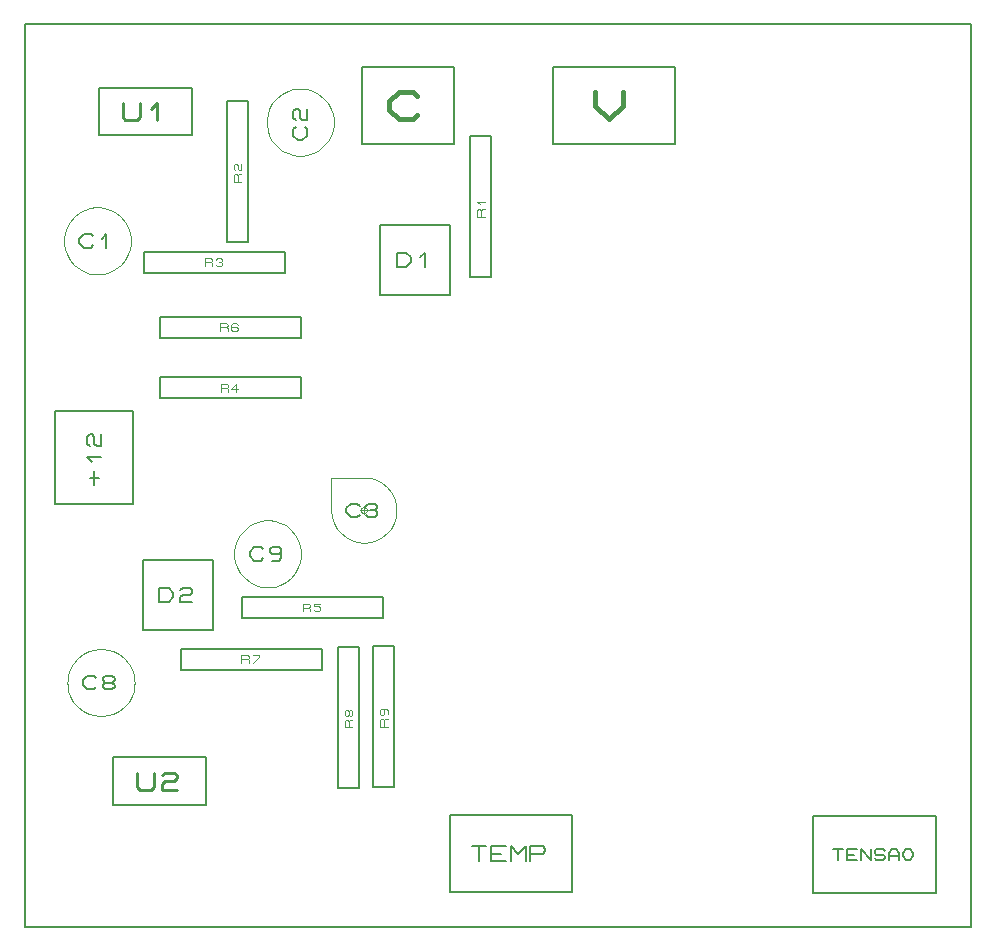
<source format=gbr>
G04 PROTEUS GERBER X2 FILE*
%TF.GenerationSoftware,Labcenter,Proteus,8.6-SP2-Build23525*%
%TF.CreationDate,2021-11-18T02:18:18+00:00*%
%TF.FileFunction,AssemblyDrawing,Top*%
%TF.FilePolarity,Positive*%
%TF.Part,Single*%
%FSLAX45Y45*%
%MOMM*%
G01*
%TA.AperFunction,Material*%
%ADD20C,0.203200*%
%ADD29C,0.393190*%
%ADD72C,0.391160*%
%ADD73C,0.195580*%
%ADD30C,0.050800*%
%ADD31C,0.191010*%
%ADD32C,0.240790*%
%ADD33C,0.106680*%
%ADD34C,0.197270*%
%ADD35C,0.050000*%
%ADD36C,0.185000*%
%ADD37C,0.148040*%
%ADD38C,0.207260*%
%TA.AperFunction,Profile*%
%ADD17C,0.203200*%
%TD.AperFunction*%
D20*
X-6392160Y+3738840D02*
X-5355840Y+3738840D01*
X-5355840Y+4394160D01*
X-6392160Y+4394160D01*
X-6392160Y+3738840D01*
D29*
X-6031276Y+4184457D02*
X-6031276Y+4066500D01*
X-5913319Y+3948542D01*
X-5795362Y+4066500D01*
X-5795362Y+4184457D01*
D20*
X-8008160Y+3738840D02*
X-7225840Y+3738840D01*
X-7225840Y+4394160D01*
X-8008160Y+4394160D01*
X-8008160Y+3738840D01*
D72*
X-7538768Y+3988268D02*
X-7577884Y+3949152D01*
X-7695232Y+3949152D01*
X-7773464Y+4027384D01*
X-7773464Y+4105616D01*
X-7695232Y+4183848D01*
X-7577884Y+4183848D01*
X-7538768Y+4144732D01*
D20*
X-10601160Y+695840D02*
X-9945840Y+695840D01*
X-9945840Y+1478160D01*
X-10601160Y+1478160D01*
X-10601160Y+695840D01*
D73*
X-10273500Y+852304D02*
X-10273500Y+969652D01*
X-10312616Y+910978D02*
X-10234384Y+910978D01*
X-10293058Y+1047884D02*
X-10332174Y+1087000D01*
X-10214826Y+1087000D01*
X-10312616Y+1184790D02*
X-10332174Y+1204348D01*
X-10332174Y+1263022D01*
X-10312616Y+1282580D01*
X-10293058Y+1282580D01*
X-10273500Y+1263022D01*
X-10273500Y+1204348D01*
X-10253942Y+1184790D01*
X-10214826Y+1184790D01*
X-10214826Y+1282580D01*
D30*
X-9962100Y+2920000D02*
X-9963018Y+2942814D01*
X-9970471Y+2988443D01*
X-9986018Y+3034072D01*
X-10011260Y+3079701D01*
X-10049802Y+3125231D01*
X-10095431Y+3160727D01*
X-10141060Y+3183847D01*
X-10186689Y+3197700D01*
X-10232318Y+3203646D01*
X-10246080Y+3203980D01*
X-10530060Y+2920000D02*
X-10529142Y+2942814D01*
X-10521689Y+2988443D01*
X-10506142Y+3034072D01*
X-10480900Y+3079701D01*
X-10442358Y+3125231D01*
X-10396729Y+3160727D01*
X-10351100Y+3183847D01*
X-10305471Y+3197700D01*
X-10259842Y+3203646D01*
X-10246080Y+3203980D01*
X-10530060Y+2920000D02*
X-10529142Y+2897186D01*
X-10521689Y+2851557D01*
X-10506142Y+2805928D01*
X-10480900Y+2760299D01*
X-10442358Y+2714769D01*
X-10396729Y+2679273D01*
X-10351100Y+2656153D01*
X-10305471Y+2642300D01*
X-10259842Y+2636354D01*
X-10246080Y+2636020D01*
X-9962100Y+2920000D02*
X-9963018Y+2897186D01*
X-9970471Y+2851557D01*
X-9986018Y+2805928D01*
X-10011260Y+2760299D01*
X-10049802Y+2714769D01*
X-10095431Y+2679273D01*
X-10141060Y+2656153D01*
X-10186689Y+2642300D01*
X-10232318Y+2636354D01*
X-10246080Y+2636020D01*
D31*
X-10284283Y+2881797D02*
X-10303384Y+2862696D01*
X-10360688Y+2862696D01*
X-10398890Y+2900899D01*
X-10398890Y+2939101D01*
X-10360688Y+2977304D01*
X-10303384Y+2977304D01*
X-10284283Y+2958203D01*
X-10207878Y+2939101D02*
X-10169675Y+2977304D01*
X-10169675Y+2862696D01*
D20*
X-10231160Y+3815840D02*
X-9448840Y+3815840D01*
X-9448840Y+4217160D01*
X-10231160Y+4217160D01*
X-10231160Y+3815840D01*
D32*
X-10032633Y+4088737D02*
X-10032633Y+3968341D01*
X-10008554Y+3944262D01*
X-9912238Y+3944262D01*
X-9888159Y+3968341D01*
X-9888159Y+4088737D01*
X-9791842Y+4040579D02*
X-9743684Y+4088737D01*
X-9743684Y+3944262D01*
D20*
X-9148900Y+2911100D02*
X-8971100Y+2911100D01*
X-8971100Y+4104900D01*
X-9148900Y+4104900D01*
X-9148900Y+2911100D01*
D33*
X-9027996Y+3422656D02*
X-9092004Y+3422656D01*
X-9092004Y+3475996D01*
X-9081336Y+3486664D01*
X-9070668Y+3486664D01*
X-9060000Y+3475996D01*
X-9060000Y+3422656D01*
X-9060000Y+3475996D02*
X-9049332Y+3486664D01*
X-9027996Y+3486664D01*
X-9081336Y+3518668D02*
X-9092004Y+3529336D01*
X-9092004Y+3561340D01*
X-9081336Y+3572008D01*
X-9070668Y+3572008D01*
X-9060000Y+3561340D01*
X-9060000Y+3529336D01*
X-9049332Y+3518668D01*
X-9027996Y+3518668D01*
X-9027996Y+3572008D01*
D20*
X-9848900Y+2651100D02*
X-8655100Y+2651100D01*
X-8655100Y+2828900D01*
X-9848900Y+2828900D01*
X-9848900Y+2651100D01*
D33*
X-9337344Y+2707996D02*
X-9337344Y+2772004D01*
X-9284004Y+2772004D01*
X-9273336Y+2761336D01*
X-9273336Y+2750668D01*
X-9284004Y+2740000D01*
X-9337344Y+2740000D01*
X-9284004Y+2740000D02*
X-9273336Y+2729332D01*
X-9273336Y+2707996D01*
X-9241332Y+2761336D02*
X-9230664Y+2772004D01*
X-9198660Y+2772004D01*
X-9187992Y+2761336D01*
X-9187992Y+2750668D01*
X-9198660Y+2740000D01*
X-9187992Y+2729332D01*
X-9187992Y+2718664D01*
X-9198660Y+2707996D01*
X-9230664Y+2707996D01*
X-9241332Y+2718664D01*
X-9219996Y+2740000D02*
X-9198660Y+2740000D01*
D30*
X-8246020Y+3926080D02*
X-8246938Y+3948894D01*
X-8254391Y+3994523D01*
X-8269938Y+4040152D01*
X-8295180Y+4085781D01*
X-8333722Y+4131311D01*
X-8379351Y+4166807D01*
X-8424980Y+4189927D01*
X-8470609Y+4203780D01*
X-8516238Y+4209726D01*
X-8530000Y+4210060D01*
X-8813980Y+3926080D02*
X-8813062Y+3948894D01*
X-8805609Y+3994523D01*
X-8790062Y+4040152D01*
X-8764820Y+4085781D01*
X-8726278Y+4131311D01*
X-8680649Y+4166807D01*
X-8635020Y+4189927D01*
X-8589391Y+4203780D01*
X-8543762Y+4209726D01*
X-8530000Y+4210060D01*
X-8813980Y+3926080D02*
X-8813062Y+3903266D01*
X-8805609Y+3857637D01*
X-8790062Y+3812008D01*
X-8764820Y+3766379D01*
X-8726278Y+3720849D01*
X-8680649Y+3685353D01*
X-8635020Y+3662233D01*
X-8589391Y+3648380D01*
X-8543762Y+3642434D01*
X-8530000Y+3642100D01*
X-8246020Y+3926080D02*
X-8246938Y+3903266D01*
X-8254391Y+3857637D01*
X-8269938Y+3812008D01*
X-8295180Y+3766379D01*
X-8333722Y+3720849D01*
X-8379351Y+3685353D01*
X-8424980Y+3662233D01*
X-8470609Y+3648380D01*
X-8516238Y+3642434D01*
X-8530000Y+3642100D01*
D31*
X-8491797Y+3887877D02*
X-8472696Y+3868776D01*
X-8472696Y+3811472D01*
X-8510899Y+3773270D01*
X-8549101Y+3773270D01*
X-8587304Y+3811472D01*
X-8587304Y+3868776D01*
X-8568203Y+3887877D01*
X-8568203Y+3945181D02*
X-8587304Y+3964282D01*
X-8587304Y+4021586D01*
X-8568203Y+4040687D01*
X-8549101Y+4040687D01*
X-8530000Y+4021586D01*
X-8530000Y+3964282D01*
X-8510899Y+3945181D01*
X-8472696Y+3945181D01*
X-8472696Y+4040687D01*
D20*
X-7088900Y+2611100D02*
X-6911100Y+2611100D01*
X-6911100Y+3804900D01*
X-7088900Y+3804900D01*
X-7088900Y+2611100D01*
D33*
X-6967996Y+3122656D02*
X-7032004Y+3122656D01*
X-7032004Y+3175996D01*
X-7021336Y+3186664D01*
X-7010668Y+3186664D01*
X-7000000Y+3175996D01*
X-7000000Y+3122656D01*
X-7000000Y+3175996D02*
X-6989332Y+3186664D01*
X-6967996Y+3186664D01*
X-7010668Y+3229336D02*
X-7032004Y+3250672D01*
X-6967996Y+3250672D01*
D20*
X-7850660Y+2465840D02*
X-7258840Y+2465840D01*
X-7258840Y+3057660D01*
X-7850660Y+3057660D01*
X-7850660Y+2465840D01*
D34*
X-7712568Y+2702568D02*
X-7712568Y+2820932D01*
X-7633659Y+2820932D01*
X-7594205Y+2781477D01*
X-7594205Y+2742023D01*
X-7633659Y+2702568D01*
X-7712568Y+2702568D01*
X-7515296Y+2781477D02*
X-7475841Y+2820932D01*
X-7475841Y+2702568D01*
D20*
X-9718900Y+2101100D02*
X-8525100Y+2101100D01*
X-8525100Y+2278900D01*
X-9718900Y+2278900D01*
X-9718900Y+2101100D01*
D33*
X-9207344Y+2157996D02*
X-9207344Y+2222004D01*
X-9154004Y+2222004D01*
X-9143336Y+2211336D01*
X-9143336Y+2200668D01*
X-9154004Y+2190000D01*
X-9207344Y+2190000D01*
X-9154004Y+2190000D02*
X-9143336Y+2179332D01*
X-9143336Y+2157996D01*
X-9057992Y+2211336D02*
X-9068660Y+2222004D01*
X-9100664Y+2222004D01*
X-9111332Y+2211336D01*
X-9111332Y+2168664D01*
X-9100664Y+2157996D01*
X-9068660Y+2157996D01*
X-9057992Y+2168664D01*
X-9057992Y+2179332D01*
X-9068660Y+2190000D01*
X-9111332Y+2190000D01*
D30*
X-9932100Y-820000D02*
X-9933018Y-797186D01*
X-9940471Y-751557D01*
X-9956018Y-705928D01*
X-9981260Y-660299D01*
X-10019802Y-614769D01*
X-10065431Y-579273D01*
X-10111060Y-556153D01*
X-10156689Y-542300D01*
X-10202318Y-536354D01*
X-10216080Y-536020D01*
X-10500060Y-820000D02*
X-10499142Y-797186D01*
X-10491689Y-751557D01*
X-10476142Y-705928D01*
X-10450900Y-660299D01*
X-10412358Y-614769D01*
X-10366729Y-579273D01*
X-10321100Y-556153D01*
X-10275471Y-542300D01*
X-10229842Y-536354D01*
X-10216080Y-536020D01*
X-10500060Y-820000D02*
X-10499142Y-842814D01*
X-10491689Y-888443D01*
X-10476142Y-934072D01*
X-10450900Y-979701D01*
X-10412358Y-1025231D01*
X-10366729Y-1060727D01*
X-10321100Y-1083847D01*
X-10275471Y-1097700D01*
X-10229842Y-1103646D01*
X-10216080Y-1103980D01*
X-9932100Y-820000D02*
X-9933018Y-842814D01*
X-9940471Y-888443D01*
X-9956018Y-934072D01*
X-9981260Y-979701D01*
X-10019802Y-1025231D01*
X-10065431Y-1060727D01*
X-10111060Y-1083847D01*
X-10156689Y-1097700D01*
X-10202318Y-1103646D01*
X-10216080Y-1103980D01*
D31*
X-10254283Y-858203D02*
X-10273384Y-877304D01*
X-10330688Y-877304D01*
X-10368890Y-839101D01*
X-10368890Y-800899D01*
X-10330688Y-762696D01*
X-10273384Y-762696D01*
X-10254283Y-781797D01*
X-10177878Y-820000D02*
X-10196979Y-800899D01*
X-10196979Y-781797D01*
X-10177878Y-762696D01*
X-10120574Y-762696D01*
X-10101473Y-781797D01*
X-10101473Y-800899D01*
X-10120574Y-820000D01*
X-10177878Y-820000D01*
X-10196979Y-839101D01*
X-10196979Y-858203D01*
X-10177878Y-877304D01*
X-10120574Y-877304D01*
X-10101473Y-858203D01*
X-10101473Y-839101D01*
X-10120574Y-820000D01*
D20*
X-10111160Y-1854160D02*
X-9328840Y-1854160D01*
X-9328840Y-1452840D01*
X-10111160Y-1452840D01*
X-10111160Y-1854160D01*
D32*
X-9912633Y-1581263D02*
X-9912633Y-1701659D01*
X-9888554Y-1725738D01*
X-9792238Y-1725738D01*
X-9768159Y-1701659D01*
X-9768159Y-1581263D01*
X-9695921Y-1605342D02*
X-9671842Y-1581263D01*
X-9599605Y-1581263D01*
X-9575526Y-1605342D01*
X-9575526Y-1629421D01*
X-9599605Y-1653500D01*
X-9671842Y-1653500D01*
X-9695921Y-1677580D01*
X-9695921Y-1725738D01*
X-9575526Y-1725738D01*
D20*
X-7908900Y-1704900D02*
X-7731100Y-1704900D01*
X-7731100Y-511100D01*
X-7908900Y-511100D01*
X-7908900Y-1704900D01*
D33*
X-7787996Y-1193344D02*
X-7852004Y-1193344D01*
X-7852004Y-1140004D01*
X-7841336Y-1129336D01*
X-7830668Y-1129336D01*
X-7820000Y-1140004D01*
X-7820000Y-1193344D01*
X-7820000Y-1140004D02*
X-7809332Y-1129336D01*
X-7787996Y-1129336D01*
X-7830668Y-1043992D02*
X-7820000Y-1054660D01*
X-7820000Y-1086664D01*
X-7830668Y-1097332D01*
X-7841336Y-1097332D01*
X-7852004Y-1086664D01*
X-7852004Y-1054660D01*
X-7841336Y-1043992D01*
X-7798664Y-1043992D01*
X-7787996Y-1054660D01*
X-7787996Y-1086664D01*
D20*
X-8208900Y-1708900D02*
X-8031100Y-1708900D01*
X-8031100Y-515100D01*
X-8208900Y-515100D01*
X-8208900Y-1708900D01*
D33*
X-8087996Y-1197344D02*
X-8152004Y-1197344D01*
X-8152004Y-1144004D01*
X-8141336Y-1133336D01*
X-8130668Y-1133336D01*
X-8120000Y-1144004D01*
X-8120000Y-1197344D01*
X-8120000Y-1144004D02*
X-8109332Y-1133336D01*
X-8087996Y-1133336D01*
X-8120000Y-1090664D02*
X-8130668Y-1101332D01*
X-8141336Y-1101332D01*
X-8152004Y-1090664D01*
X-8152004Y-1058660D01*
X-8141336Y-1047992D01*
X-8130668Y-1047992D01*
X-8120000Y-1058660D01*
X-8120000Y-1090664D01*
X-8109332Y-1101332D01*
X-8098664Y-1101332D01*
X-8087996Y-1090664D01*
X-8087996Y-1058660D01*
X-8098664Y-1047992D01*
X-8109332Y-1047992D01*
X-8120000Y-1058660D01*
D30*
X-8519940Y+270000D02*
X-8520858Y+292814D01*
X-8528311Y+338443D01*
X-8543858Y+384072D01*
X-8569100Y+429701D01*
X-8607642Y+475231D01*
X-8653271Y+510727D01*
X-8698900Y+533847D01*
X-8744529Y+547700D01*
X-8790158Y+553646D01*
X-8803920Y+553980D01*
X-9087900Y+270000D02*
X-9086982Y+292814D01*
X-9079529Y+338443D01*
X-9063982Y+384072D01*
X-9038740Y+429701D01*
X-9000198Y+475231D01*
X-8954569Y+510727D01*
X-8908940Y+533847D01*
X-8863311Y+547700D01*
X-8817682Y+553646D01*
X-8803920Y+553980D01*
X-9087900Y+270000D02*
X-9086982Y+247186D01*
X-9079529Y+201557D01*
X-9063982Y+155928D01*
X-9038740Y+110299D01*
X-9000198Y+64769D01*
X-8954569Y+29273D01*
X-8908940Y+6153D01*
X-8863311Y-7700D01*
X-8817682Y-13646D01*
X-8803920Y-13980D01*
X-8519940Y+270000D02*
X-8520858Y+247186D01*
X-8528311Y+201557D01*
X-8543858Y+155928D01*
X-8569100Y+110299D01*
X-8607642Y+64769D01*
X-8653271Y+29273D01*
X-8698900Y+6153D01*
X-8744529Y-7700D01*
X-8790158Y-13646D01*
X-8803920Y-13980D01*
D31*
X-8842123Y+231797D02*
X-8861224Y+212696D01*
X-8918528Y+212696D01*
X-8956730Y+250899D01*
X-8956730Y+289101D01*
X-8918528Y+327304D01*
X-8861224Y+327304D01*
X-8842123Y+308203D01*
X-8689313Y+289101D02*
X-8708414Y+270000D01*
X-8765718Y+270000D01*
X-8784819Y+289101D01*
X-8784819Y+308203D01*
X-8765718Y+327304D01*
X-8708414Y+327304D01*
X-8689313Y+308203D01*
X-8689313Y+231797D01*
X-8708414Y+212696D01*
X-8765718Y+212696D01*
D20*
X-9538900Y-708900D02*
X-8345100Y-708900D01*
X-8345100Y-531100D01*
X-9538900Y-531100D01*
X-9538900Y-708900D01*
D33*
X-9027344Y-652004D02*
X-9027344Y-587996D01*
X-8974004Y-587996D01*
X-8963336Y-598664D01*
X-8963336Y-609332D01*
X-8974004Y-620000D01*
X-9027344Y-620000D01*
X-8974004Y-620000D02*
X-8963336Y-630668D01*
X-8963336Y-652004D01*
X-8931332Y-587996D02*
X-8877992Y-587996D01*
X-8877992Y-598664D01*
X-8931332Y-652004D01*
D20*
X-9860660Y-374160D02*
X-9268840Y-374160D01*
X-9268840Y+217660D01*
X-9860660Y+217660D01*
X-9860660Y-374160D01*
D34*
X-9722568Y-137432D02*
X-9722568Y-19068D01*
X-9643659Y-19068D01*
X-9604205Y-58523D01*
X-9604205Y-97977D01*
X-9643659Y-137432D01*
X-9722568Y-137432D01*
X-9545023Y-38795D02*
X-9525296Y-19068D01*
X-9466114Y-19068D01*
X-9446387Y-38795D01*
X-9446387Y-58523D01*
X-9466114Y-78250D01*
X-9525296Y-78250D01*
X-9545023Y-97977D01*
X-9545023Y-137432D01*
X-9446387Y-137432D01*
D35*
X-7965000Y+640000D02*
X-7965086Y+642076D01*
X-7965788Y+646229D01*
X-7967258Y+650382D01*
X-7969660Y+654535D01*
X-7973333Y+658634D01*
X-7977486Y+661643D01*
X-7981639Y+663560D01*
X-7985792Y+664643D01*
X-7989945Y+665000D01*
X-7990000Y+665000D01*
X-8015000Y+640000D02*
X-8014914Y+642076D01*
X-8014212Y+646229D01*
X-8012742Y+650382D01*
X-8010340Y+654535D01*
X-8006667Y+658634D01*
X-8002514Y+661643D01*
X-7998361Y+663560D01*
X-7994208Y+664643D01*
X-7990055Y+665000D01*
X-7990000Y+665000D01*
X-8015000Y+640000D02*
X-8014914Y+637924D01*
X-8014212Y+633771D01*
X-8012742Y+629618D01*
X-8010340Y+625465D01*
X-8006667Y+621366D01*
X-8002514Y+618357D01*
X-7998361Y+616440D01*
X-7994208Y+615357D01*
X-7990055Y+615000D01*
X-7990000Y+615000D01*
X-7965000Y+640000D02*
X-7965086Y+637924D01*
X-7965788Y+633771D01*
X-7967258Y+629618D01*
X-7969660Y+625465D01*
X-7973333Y+621366D01*
X-7977486Y+618357D01*
X-7981639Y+616440D01*
X-7985792Y+615357D01*
X-7989945Y+615000D01*
X-7990000Y+615000D01*
X-7955000Y+640000D02*
X-8025000Y+640000D01*
X-7990000Y+675000D02*
X-7990000Y+605000D01*
X-8265000Y+915000D02*
X-8265000Y+640000D01*
X-8259528Y+583772D01*
X-8243784Y+531773D01*
X-8218775Y+485011D01*
X-8185508Y+444492D01*
X-8144990Y+411225D01*
X-8098227Y+386216D01*
X-8046228Y+370472D01*
X-7990000Y+365000D01*
X-7933772Y+370472D01*
X-7881773Y+386216D01*
X-7835010Y+411225D01*
X-7794492Y+444492D01*
X-7761225Y+485011D01*
X-7736216Y+531773D01*
X-7720472Y+583772D01*
X-7715000Y+640000D01*
X-7720472Y+696228D01*
X-7736216Y+748227D01*
X-7761225Y+794989D01*
X-7794492Y+835508D01*
X-7835010Y+868775D01*
X-7881773Y+893784D01*
X-7933772Y+909528D01*
X-7990000Y+915000D01*
X-8265000Y+915000D01*
D36*
X-8027000Y+603000D02*
X-8045500Y+584500D01*
X-8101000Y+584500D01*
X-8138000Y+621500D01*
X-8138000Y+658500D01*
X-8101000Y+695500D01*
X-8045500Y+695500D01*
X-8027000Y+677000D01*
X-7971500Y+677000D02*
X-7953000Y+695500D01*
X-7897500Y+695500D01*
X-7879000Y+677000D01*
X-7879000Y+658500D01*
X-7897500Y+640000D01*
X-7879000Y+621500D01*
X-7879000Y+603000D01*
X-7897500Y+584500D01*
X-7953000Y+584500D01*
X-7971500Y+603000D01*
X-7934500Y+640000D02*
X-7897500Y+640000D01*
D20*
X-9713900Y+1586100D02*
X-8520100Y+1586100D01*
X-8520100Y+1763900D01*
X-9713900Y+1763900D01*
X-9713900Y+1586100D01*
D33*
X-9202344Y+1642996D02*
X-9202344Y+1707004D01*
X-9149004Y+1707004D01*
X-9138336Y+1696336D01*
X-9138336Y+1685668D01*
X-9149004Y+1675000D01*
X-9202344Y+1675000D01*
X-9149004Y+1675000D02*
X-9138336Y+1664332D01*
X-9138336Y+1642996D01*
X-9052992Y+1664332D02*
X-9117000Y+1664332D01*
X-9074328Y+1707004D01*
X-9074328Y+1642996D01*
D20*
X-9019900Y-273900D02*
X-7826100Y-273900D01*
X-7826100Y-96100D01*
X-9019900Y-96100D01*
X-9019900Y-273900D01*
D33*
X-8508344Y-217004D02*
X-8508344Y-152996D01*
X-8455004Y-152996D01*
X-8444336Y-163664D01*
X-8444336Y-174332D01*
X-8455004Y-185000D01*
X-8508344Y-185000D01*
X-8455004Y-185000D02*
X-8444336Y-195668D01*
X-8444336Y-217004D01*
X-8358992Y-152996D02*
X-8412332Y-152996D01*
X-8412332Y-174332D01*
X-8369660Y-174332D01*
X-8358992Y-185000D01*
X-8358992Y-206336D01*
X-8369660Y-217004D01*
X-8401664Y-217004D01*
X-8412332Y-206336D01*
D20*
X-4184160Y-2604160D02*
X-3147840Y-2604160D01*
X-3147840Y-1948840D01*
X-4184160Y-1948840D01*
X-4184160Y-2604160D01*
D37*
X-4021308Y-2232086D02*
X-3932481Y-2232086D01*
X-3976895Y-2232086D02*
X-3976895Y-2320913D01*
X-3814045Y-2320913D02*
X-3902872Y-2320913D01*
X-3902872Y-2232086D01*
X-3814045Y-2232086D01*
X-3902872Y-2276500D02*
X-3843654Y-2276500D01*
X-3784436Y-2320913D02*
X-3784436Y-2232086D01*
X-3695609Y-2320913D01*
X-3695609Y-2232086D01*
X-3666000Y-2306109D02*
X-3651196Y-2320913D01*
X-3591978Y-2320913D01*
X-3577173Y-2306109D01*
X-3577173Y-2291304D01*
X-3591978Y-2276500D01*
X-3651196Y-2276500D01*
X-3666000Y-2261695D01*
X-3666000Y-2246891D01*
X-3651196Y-2232086D01*
X-3591978Y-2232086D01*
X-3577173Y-2246891D01*
X-3547564Y-2320913D02*
X-3547564Y-2261695D01*
X-3517955Y-2232086D01*
X-3488346Y-2232086D01*
X-3458737Y-2261695D01*
X-3458737Y-2320913D01*
X-3547564Y-2291304D02*
X-3458737Y-2291304D01*
X-3429128Y-2261695D02*
X-3399519Y-2232086D01*
X-3369910Y-2232086D01*
X-3340301Y-2261695D01*
X-3340301Y-2291304D01*
X-3369910Y-2320913D01*
X-3399519Y-2320913D01*
X-3429128Y-2291304D01*
X-3429128Y-2261695D01*
D20*
X-7264160Y-2594160D02*
X-6227840Y-2594160D01*
X-6227840Y-1938840D01*
X-7264160Y-1938840D01*
X-7264160Y-2594160D01*
D38*
X-7077622Y-2204321D02*
X-6953264Y-2204321D01*
X-7015443Y-2204321D02*
X-7015443Y-2328680D01*
X-6787453Y-2328680D02*
X-6911811Y-2328680D01*
X-6911811Y-2204321D01*
X-6787453Y-2204321D01*
X-6911811Y-2266500D02*
X-6828906Y-2266500D01*
X-6746000Y-2328680D02*
X-6746000Y-2204321D01*
X-6683821Y-2266500D01*
X-6621642Y-2204321D01*
X-6621642Y-2328680D01*
X-6580189Y-2328680D02*
X-6580189Y-2204321D01*
X-6476558Y-2204321D01*
X-6455831Y-2225048D01*
X-6455831Y-2245774D01*
X-6476558Y-2266500D01*
X-6580189Y-2266500D01*
D17*
X-10860000Y-2890000D02*
X-2850000Y-2890000D01*
X-2850000Y+4760000D01*
X-10860000Y+4760000D01*
X-10860000Y-2890000D01*
M02*

</source>
